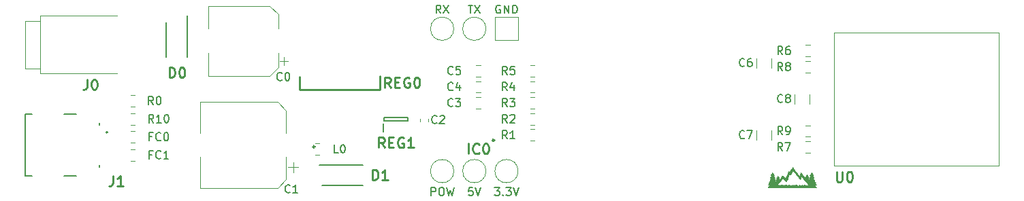
<source format=gbr>
G04 #@! TF.GenerationSoftware,KiCad,Pcbnew,(5.1.0)-1*
G04 #@! TF.CreationDate,2022-11-08T16:58:41+01:00*
G04 #@! TF.ProjectId,DualPressure_V1,4475616c-5072-4657-9373-7572655f5631,rev?*
G04 #@! TF.SameCoordinates,Original*
G04 #@! TF.FileFunction,Legend,Top*
G04 #@! TF.FilePolarity,Positive*
%FSLAX46Y46*%
G04 Gerber Fmt 4.6, Leading zero omitted, Abs format (unit mm)*
G04 Created by KiCad (PCBNEW (5.1.0)-1) date 2022-11-08 16:58:41*
%MOMM*%
%LPD*%
G04 APERTURE LIST*
%ADD10C,0.010000*%
%ADD11C,0.120000*%
%ADD12C,0.200000*%
%ADD13C,0.250000*%
%ADD14C,0.100000*%
%ADD15C,0.254000*%
%ADD16C,0.150000*%
G04 APERTURE END LIST*
D10*
G36*
X217829210Y-108035460D02*
G01*
X217841238Y-108049556D01*
X217870178Y-108086491D01*
X217914020Y-108143608D01*
X217970748Y-108218255D01*
X218038351Y-108307776D01*
X218114815Y-108409517D01*
X218198128Y-108520823D01*
X218251224Y-108591978D01*
X218337425Y-108707004D01*
X218417956Y-108813263D01*
X218490833Y-108908222D01*
X218554067Y-108989348D01*
X218605675Y-109054108D01*
X218643669Y-109099969D01*
X218666063Y-109124399D01*
X218671267Y-109127647D01*
X218680146Y-109108641D01*
X218696535Y-109065321D01*
X218718295Y-109003626D01*
X218743288Y-108929489D01*
X218750125Y-108908687D01*
X218775583Y-108832307D01*
X218798329Y-108766844D01*
X218816236Y-108718219D01*
X218827178Y-108692357D01*
X218828635Y-108690074D01*
X218840874Y-108698875D01*
X218870049Y-108729752D01*
X218913617Y-108779710D01*
X218969033Y-108845753D01*
X219033754Y-108924888D01*
X219105234Y-109014118D01*
X219123228Y-109036849D01*
X219406768Y-109395862D01*
X219442093Y-109326900D01*
X219477418Y-109257937D01*
X219431503Y-109252980D01*
X219385589Y-109248022D01*
X219447069Y-109165667D01*
X219486894Y-109108490D01*
X219524352Y-109048451D01*
X219543643Y-109013426D01*
X219578737Y-108943539D01*
X219641979Y-109053113D01*
X219678156Y-109112204D01*
X219714646Y-109165970D01*
X219744132Y-109203690D01*
X219746581Y-109206343D01*
X219787940Y-109250000D01*
X219737345Y-109250000D01*
X219702625Y-109252913D01*
X219686839Y-109259990D01*
X219686749Y-109260622D01*
X219694975Y-109284015D01*
X219716256Y-109325001D01*
X219745496Y-109375119D01*
X219777600Y-109425911D01*
X219807472Y-109468918D01*
X219825805Y-109491468D01*
X219866117Y-109534500D01*
X219806695Y-109518092D01*
X219766729Y-109509556D01*
X219741525Y-109508801D01*
X219738863Y-109510094D01*
X219740260Y-109528508D01*
X219754879Y-109564336D01*
X219778072Y-109608750D01*
X219805190Y-109652919D01*
X219831585Y-109688016D01*
X219833862Y-109690531D01*
X219866909Y-109726249D01*
X219824454Y-109726249D01*
X219789887Y-109732465D01*
X219784624Y-109749900D01*
X219804391Y-109772695D01*
X219819782Y-109778017D01*
X219839085Y-109766449D01*
X219867048Y-109734082D01*
X219891349Y-109701112D01*
X219922248Y-109654557D01*
X219942381Y-109617489D01*
X219947611Y-109597585D01*
X219947396Y-109597160D01*
X219926690Y-109586679D01*
X219898481Y-109583375D01*
X219858085Y-109583375D01*
X219903386Y-109531636D01*
X219932261Y-109493077D01*
X219960887Y-109446020D01*
X219984983Y-109398920D01*
X220000266Y-109360237D01*
X220002455Y-109338427D01*
X220001713Y-109337422D01*
X219983017Y-109336347D01*
X219946982Y-109343527D01*
X219940750Y-109345249D01*
X219898023Y-109355155D01*
X219883062Y-109350679D01*
X219894333Y-109329679D01*
X219913760Y-109307490D01*
X219939621Y-109273914D01*
X219970808Y-109225538D01*
X220002441Y-109171065D01*
X220029636Y-109119199D01*
X220047513Y-109078644D01*
X220051875Y-109061246D01*
X220038300Y-109048004D01*
X220012187Y-109043625D01*
X219982319Y-109041161D01*
X219972500Y-109036448D01*
X219980913Y-109020923D01*
X220003188Y-108986326D01*
X220034874Y-108939524D01*
X220041957Y-108929291D01*
X220081982Y-108869045D01*
X220119702Y-108807857D01*
X220146512Y-108759794D01*
X220181611Y-108690275D01*
X220252742Y-108815356D01*
X220289552Y-108877025D01*
X220325756Y-108932539D01*
X220355199Y-108972613D01*
X220362721Y-108981225D01*
X220388317Y-109015247D01*
X220385690Y-109035402D01*
X220354315Y-109043349D01*
X220342916Y-109043625D01*
X220314339Y-109046691D01*
X220305875Y-109052015D01*
X220313893Y-109076936D01*
X220334789Y-109119968D01*
X220363821Y-109172807D01*
X220396246Y-109227151D01*
X220427323Y-109274697D01*
X220450276Y-109304875D01*
X220479388Y-109340225D01*
X220485131Y-109356901D01*
X220465278Y-109357701D01*
X220417946Y-109345521D01*
X220380463Y-109336738D01*
X220358725Y-109335340D01*
X220357452Y-109336005D01*
X220360066Y-109353148D01*
X220375134Y-109388857D01*
X220398254Y-109434789D01*
X220425024Y-109482605D01*
X220451044Y-109523961D01*
X220469143Y-109547656D01*
X220487692Y-109573817D01*
X220479858Y-109585731D01*
X220443874Y-109585418D01*
X220436843Y-109584560D01*
X220418557Y-109592872D01*
X220417000Y-109599425D01*
X220426809Y-109626440D01*
X220452575Y-109669436D01*
X220488806Y-109720982D01*
X220530009Y-109773651D01*
X220570691Y-109820012D01*
X220602533Y-109850377D01*
X220663062Y-109899810D01*
X220587656Y-109900342D01*
X220543697Y-109902901D01*
X220516551Y-109908814D01*
X220512309Y-109912781D01*
X220523131Y-109942664D01*
X220552159Y-109987853D01*
X220594538Y-110041831D01*
X220645411Y-110098081D01*
X220665256Y-110118011D01*
X220705659Y-110157985D01*
X220734664Y-110187699D01*
X220747107Y-110201836D01*
X220747116Y-110202328D01*
X220730604Y-110198027D01*
X220693438Y-110187204D01*
X220664508Y-110178515D01*
X220602968Y-110161501D01*
X220565802Y-110156164D01*
X220547897Y-110162411D01*
X220544000Y-110176323D01*
X220553013Y-110209615D01*
X220576988Y-110259920D01*
X220611327Y-110319239D01*
X220651432Y-110379576D01*
X220689070Y-110428636D01*
X220752126Y-110503960D01*
X217749552Y-110508011D01*
X217443209Y-110508397D01*
X217145417Y-110508718D01*
X216857726Y-110508975D01*
X216581685Y-110509169D01*
X216318843Y-110509300D01*
X216070748Y-110509369D01*
X215838949Y-110509376D01*
X215624997Y-110509323D01*
X215430439Y-110509209D01*
X215256825Y-110509036D01*
X215105703Y-110508803D01*
X214978624Y-110508512D01*
X214877135Y-110508164D01*
X214802786Y-110507758D01*
X214757126Y-110507296D01*
X214741707Y-110506791D01*
X214748845Y-110493838D01*
X214772955Y-110467027D01*
X214788910Y-110451229D01*
X214834228Y-110399747D01*
X214879616Y-110335068D01*
X214902314Y-110295743D01*
X215849971Y-110295743D01*
X215864611Y-110295321D01*
X215894068Y-110278457D01*
X215929887Y-110250125D01*
X215965885Y-110221387D01*
X215993437Y-110204434D01*
X216000153Y-110202500D01*
X216015174Y-110215904D01*
X216034416Y-110249731D01*
X216042548Y-110268406D01*
X216068919Y-110334313D01*
X216128285Y-110276344D01*
X216163563Y-110243615D01*
X216189601Y-110222596D01*
X216197666Y-110218375D01*
X216214082Y-110228606D01*
X216243260Y-110254262D01*
X216255307Y-110266000D01*
X216297848Y-110301925D01*
X216329562Y-110309839D01*
X216355734Y-110289089D01*
X216376389Y-110251061D01*
X216395053Y-110212817D01*
X216409620Y-110198906D01*
X216428360Y-110204418D01*
X216441297Y-110212542D01*
X216479927Y-110228963D01*
X216509034Y-110231449D01*
X216542986Y-110237730D01*
X216574426Y-110257357D01*
X216592955Y-110273173D01*
X216609050Y-110279231D01*
X216630116Y-110273682D01*
X216663558Y-110254675D01*
X216713216Y-110222676D01*
X216735605Y-110210969D01*
X216751607Y-110215807D01*
X216769171Y-110242098D01*
X216780806Y-110264394D01*
X216802499Y-110303249D01*
X216819678Y-110318613D01*
X216840745Y-110315999D01*
X216852110Y-110311170D01*
X216886199Y-110283826D01*
X216909619Y-110247725D01*
X216930767Y-110206529D01*
X216952699Y-110192975D01*
X216982916Y-110203673D01*
X216993072Y-110210020D01*
X217034517Y-110228222D01*
X217086184Y-110240167D01*
X217092739Y-110240933D01*
X217147842Y-110252901D01*
X217206123Y-110274711D01*
X217217837Y-110280512D01*
X217280986Y-110313891D01*
X217318120Y-110240824D01*
X217340500Y-110198733D01*
X217355567Y-110180761D01*
X217370000Y-110182525D01*
X217386452Y-110195990D01*
X217416257Y-110229077D01*
X217447022Y-110271813D01*
X217449540Y-110275823D01*
X217484817Y-110319653D01*
X217519649Y-110332586D01*
X217557802Y-110315192D01*
X217579119Y-110295491D01*
X217624744Y-110260672D01*
X217677136Y-110250134D01*
X217679127Y-110250125D01*
X217732920Y-110243042D01*
X217781929Y-110226219D01*
X217814745Y-110211547D01*
X217832274Y-110213996D01*
X217844110Y-110230188D01*
X217870400Y-110273831D01*
X217888159Y-110292393D01*
X217903844Y-110288781D01*
X217923778Y-110266075D01*
X217954447Y-110226463D01*
X217999936Y-110270044D01*
X218041940Y-110303407D01*
X218074185Y-110309247D01*
X218102283Y-110286319D01*
X218127888Y-110241656D01*
X218150145Y-110199604D01*
X218167006Y-110181565D01*
X218185017Y-110182136D01*
X218194551Y-110186652D01*
X218234081Y-110194905D01*
X218260008Y-110185550D01*
X218305793Y-110176859D01*
X218350451Y-110198074D01*
X218390788Y-110247418D01*
X218399424Y-110263157D01*
X218426110Y-110305396D01*
X218457575Y-110326887D01*
X218491352Y-110335294D01*
X218534608Y-110338846D01*
X218564919Y-110326982D01*
X218593958Y-110299114D01*
X218630055Y-110264038D01*
X218663792Y-110238161D01*
X218668132Y-110235650D01*
X218691259Y-110228367D01*
X218710585Y-110239894D01*
X218733376Y-110272524D01*
X218756813Y-110306525D01*
X218776756Y-110317919D01*
X218804907Y-110311975D01*
X218813762Y-110308713D01*
X218853132Y-110298921D01*
X218877497Y-110307760D01*
X218879541Y-110309691D01*
X218896949Y-110315987D01*
X218923311Y-110303144D01*
X218959184Y-110273401D01*
X218996134Y-110242100D01*
X219024091Y-110222167D01*
X219032980Y-110218375D01*
X219047228Y-110231344D01*
X219067174Y-110263751D01*
X219073812Y-110276972D01*
X219101756Y-110335570D01*
X219140242Y-110286393D01*
X219176384Y-110251285D01*
X219208505Y-110245012D01*
X219209321Y-110245216D01*
X219244963Y-110239391D01*
X219268422Y-110219920D01*
X219292660Y-110195460D01*
X219307121Y-110186625D01*
X219318192Y-110200076D01*
X219334939Y-110234307D01*
X219344593Y-110258062D01*
X219364362Y-110300498D01*
X219383151Y-110326240D01*
X219396725Y-110330987D01*
X219401000Y-110315323D01*
X219412819Y-110295138D01*
X219441154Y-110291342D01*
X219475318Y-110303947D01*
X219490007Y-110315217D01*
X219526454Y-110349457D01*
X219589450Y-110318289D01*
X219643942Y-110298217D01*
X219677837Y-110301330D01*
X219704407Y-110301478D01*
X219739473Y-110285932D01*
X219771960Y-110261986D01*
X219790794Y-110236932D01*
X219791660Y-110226380D01*
X219780922Y-110209889D01*
X219752978Y-110172163D01*
X219710246Y-110116242D01*
X219655143Y-110045163D01*
X219590086Y-109961967D01*
X219517494Y-109869691D01*
X219439784Y-109771375D01*
X219359373Y-109670057D01*
X219278679Y-109568777D01*
X219200119Y-109470573D01*
X219126110Y-109378484D01*
X219059071Y-109295549D01*
X219001418Y-109224807D01*
X218955569Y-109169296D01*
X218923942Y-109132055D01*
X218908954Y-109116124D01*
X218908140Y-109115774D01*
X218900378Y-109131902D01*
X218884955Y-109172743D01*
X218863853Y-109232760D01*
X218839053Y-109306417D01*
X218829261Y-109336250D01*
X218803550Y-109413079D01*
X218780620Y-109477807D01*
X218762473Y-109525058D01*
X218751113Y-109549460D01*
X218748983Y-109551625D01*
X218737696Y-109539312D01*
X218709408Y-109504073D01*
X218666068Y-109448453D01*
X218609627Y-109375000D01*
X218542033Y-109286262D01*
X218465236Y-109184784D01*
X218381187Y-109073113D01*
X218311924Y-108980676D01*
X218223504Y-108862936D01*
X218140660Y-108753565D01*
X218065358Y-108655091D01*
X217999563Y-108570042D01*
X217945243Y-108500945D01*
X217904363Y-108450327D01*
X217878889Y-108420716D01*
X217870978Y-108413829D01*
X217858587Y-108428048D01*
X217832620Y-108465076D01*
X217795951Y-108520568D01*
X217751455Y-108590179D01*
X217704122Y-108666123D01*
X217654904Y-108745662D01*
X217611064Y-108815841D01*
X217575436Y-108872174D01*
X217550858Y-108910178D01*
X217540322Y-108925218D01*
X217521463Y-108924403D01*
X217487087Y-108909377D01*
X217472187Y-108900750D01*
X217435612Y-108880506D01*
X217411748Y-108871688D01*
X217408063Y-108872270D01*
X217402398Y-108883489D01*
X217389019Y-108914048D01*
X217367382Y-108965268D01*
X217336941Y-109038467D01*
X217297151Y-109134966D01*
X217247467Y-109256086D01*
X217187346Y-109403145D01*
X217116240Y-109577464D01*
X217063607Y-109706669D01*
X217029564Y-109790275D01*
X216965126Y-109730732D01*
X216929368Y-109697095D01*
X216877450Y-109647490D01*
X216815883Y-109588174D01*
X216751182Y-109525402D01*
X216740422Y-109514917D01*
X216580158Y-109358646D01*
X216541985Y-109405962D01*
X216481771Y-109480891D01*
X216413243Y-109566657D01*
X216339056Y-109659890D01*
X216261867Y-109757216D01*
X216184333Y-109855265D01*
X216109111Y-109950663D01*
X216038856Y-110040039D01*
X215976227Y-110120021D01*
X215923878Y-110187237D01*
X215884467Y-110238314D01*
X215860651Y-110269881D01*
X215855039Y-110277906D01*
X215849971Y-110295743D01*
X214902314Y-110295743D01*
X214918198Y-110268225D01*
X214943100Y-110210252D01*
X214946360Y-110198531D01*
X214950100Y-110171147D01*
X214941663Y-110157697D01*
X214915959Y-110157261D01*
X214867902Y-110168920D01*
X214835491Y-110178515D01*
X214790436Y-110191961D01*
X214760069Y-110200606D01*
X214752883Y-110202328D01*
X214761046Y-110192277D01*
X214786892Y-110165495D01*
X214825258Y-110127298D01*
X214834743Y-110118011D01*
X214887515Y-110062561D01*
X214933576Y-110006992D01*
X214968070Y-109957820D01*
X214986140Y-109921561D01*
X214987690Y-109912781D01*
X214984552Y-109911225D01*
X215647504Y-109911225D01*
X215654499Y-109934148D01*
X215657575Y-109940973D01*
X215677839Y-109970635D01*
X215700164Y-109970288D01*
X215727802Y-109939700D01*
X215730483Y-109935723D01*
X215743649Y-109912704D01*
X215737434Y-109903013D01*
X215706221Y-109900896D01*
X215696464Y-109900875D01*
X215659341Y-109902353D01*
X215647504Y-109911225D01*
X214984552Y-109911225D01*
X214973483Y-109905738D01*
X214937274Y-109901191D01*
X214912343Y-109900342D01*
X214836937Y-109899810D01*
X214899254Y-109848942D01*
X214933025Y-109815965D01*
X214972810Y-109769294D01*
X215013153Y-109716435D01*
X215048601Y-109664891D01*
X215073699Y-109622169D01*
X215083000Y-109596092D01*
X215070729Y-109584650D01*
X215063156Y-109584560D01*
X215023279Y-109586352D01*
X215011788Y-109576188D01*
X215026917Y-109552046D01*
X215030856Y-109547656D01*
X215052827Y-109518212D01*
X215079257Y-109475284D01*
X215105744Y-109427212D01*
X215127887Y-109382337D01*
X215141284Y-109349001D01*
X215142547Y-109336005D01*
X215124864Y-109335900D01*
X215089262Y-109343521D01*
X215082053Y-109345521D01*
X215034538Y-109357735D01*
X215014832Y-109356855D01*
X215020709Y-109340084D01*
X215049723Y-109304875D01*
X215075514Y-109270592D01*
X215106932Y-109222017D01*
X215139235Y-109167455D01*
X215167682Y-109115206D01*
X215187530Y-109073575D01*
X215194125Y-109052015D01*
X215180304Y-109046119D01*
X215147015Y-109043625D01*
X215146500Y-109043625D01*
X215110034Y-109040170D01*
X215101596Y-109026976D01*
X215119903Y-108999797D01*
X215129938Y-108988793D01*
X215151664Y-108960818D01*
X215183931Y-108913477D01*
X215221331Y-108854858D01*
X215240189Y-108823971D01*
X215319377Y-108692214D01*
X215353981Y-108760763D01*
X215381084Y-108809252D01*
X215418681Y-108870111D01*
X215458042Y-108929291D01*
X215491077Y-108977713D01*
X215515593Y-109015303D01*
X215527138Y-109035196D01*
X215527500Y-109036448D01*
X215513684Y-109041505D01*
X215480441Y-109043624D01*
X215480215Y-109043625D01*
X215447992Y-109045757D01*
X215441157Y-109058466D01*
X215451850Y-109087281D01*
X215473056Y-109129985D01*
X215502393Y-109181356D01*
X215535200Y-109234186D01*
X215566821Y-109281265D01*
X215592597Y-109315384D01*
X215607869Y-109329336D01*
X215608298Y-109329375D01*
X215622184Y-109341633D01*
X215622750Y-109346319D01*
X215610256Y-109356252D01*
X215591000Y-109354257D01*
X215547161Y-109341820D01*
X215527500Y-109336242D01*
X215501030Y-109336605D01*
X215495750Y-109348384D01*
X215504701Y-109381609D01*
X215527705Y-109429375D01*
X215558982Y-109481424D01*
X215592756Y-109527500D01*
X215603533Y-109539718D01*
X215627870Y-109569969D01*
X215627836Y-109584084D01*
X215621751Y-109585792D01*
X215584251Y-109589612D01*
X215575125Y-109590503D01*
X215558102Y-109599334D01*
X215560086Y-109622976D01*
X215581995Y-109664725D01*
X215605962Y-109701110D01*
X215645986Y-109754055D01*
X215688715Y-109802289D01*
X215728346Y-109840101D01*
X215759072Y-109861775D01*
X215771858Y-109864401D01*
X215792020Y-109847734D01*
X215788215Y-109828848D01*
X215766947Y-109821500D01*
X215742968Y-109819348D01*
X215736769Y-109809238D01*
X215749281Y-109785683D01*
X215779890Y-109745162D01*
X215810594Y-109701070D01*
X215832840Y-109660210D01*
X215837187Y-109648751D01*
X215842332Y-109624643D01*
X215832998Y-109616315D01*
X215801872Y-109619727D01*
X215788964Y-109622103D01*
X215729460Y-109633266D01*
X215784854Y-109568551D01*
X215822960Y-109517174D01*
X215855343Y-109462002D01*
X215865159Y-109440418D01*
X215890070Y-109377000D01*
X215809481Y-109377000D01*
X215848633Y-109325406D01*
X215879056Y-109281660D01*
X215914567Y-109225500D01*
X215935086Y-109190697D01*
X215982387Y-109107581D01*
X216070359Y-109242290D01*
X216109576Y-109303017D01*
X216132899Y-109342105D01*
X216142099Y-109364295D01*
X216138951Y-109374328D01*
X216125226Y-109376947D01*
X216120728Y-109377000D01*
X216091871Y-109379709D01*
X216083125Y-109384512D01*
X216089908Y-109405667D01*
X216106625Y-109441489D01*
X216127830Y-109481764D01*
X216148073Y-109516276D01*
X216161907Y-109534809D01*
X216163779Y-109535750D01*
X216178904Y-109524169D01*
X216204922Y-109494801D01*
X216219470Y-109476218D01*
X216280561Y-109396258D01*
X216342716Y-109316846D01*
X216402735Y-109241865D01*
X216457418Y-109175197D01*
X216503565Y-109120725D01*
X216537975Y-109082331D01*
X216557449Y-109063898D01*
X216560172Y-109062891D01*
X216575519Y-109074998D01*
X216609122Y-109105035D01*
X216656434Y-109148837D01*
X216712912Y-109202238D01*
X216729652Y-109218250D01*
X216790227Y-109276128D01*
X216845083Y-109328166D01*
X216888876Y-109369319D01*
X216916263Y-109394545D01*
X216919419Y-109397338D01*
X216927571Y-109405656D01*
X216934130Y-109412528D01*
X216940395Y-109415335D01*
X216947666Y-109411455D01*
X216957244Y-109398268D01*
X216970429Y-109373152D01*
X216988520Y-109333487D01*
X217012818Y-109276652D01*
X217044623Y-109200026D01*
X217085235Y-109100988D01*
X217135953Y-108976917D01*
X217173617Y-108884875D01*
X217207708Y-108801894D01*
X217240135Y-108723417D01*
X217267747Y-108657044D01*
X217287389Y-108610373D01*
X217290984Y-108601980D01*
X217320574Y-108533398D01*
X217374066Y-108574199D01*
X217410866Y-108599602D01*
X217438315Y-108613870D01*
X217443521Y-108614999D01*
X217459216Y-108602378D01*
X217484921Y-108569314D01*
X217514601Y-108523718D01*
X217595181Y-108390570D01*
X217661038Y-108282501D01*
X217713620Y-108197269D01*
X217754371Y-108132628D01*
X217784739Y-108086333D01*
X217806170Y-108056141D01*
X217820110Y-108039806D01*
X217828005Y-108035085D01*
X217829210Y-108035460D01*
X217829210Y-108035460D01*
G37*
X217829210Y-108035460D02*
X217841238Y-108049556D01*
X217870178Y-108086491D01*
X217914020Y-108143608D01*
X217970748Y-108218255D01*
X218038351Y-108307776D01*
X218114815Y-108409517D01*
X218198128Y-108520823D01*
X218251224Y-108591978D01*
X218337425Y-108707004D01*
X218417956Y-108813263D01*
X218490833Y-108908222D01*
X218554067Y-108989348D01*
X218605675Y-109054108D01*
X218643669Y-109099969D01*
X218666063Y-109124399D01*
X218671267Y-109127647D01*
X218680146Y-109108641D01*
X218696535Y-109065321D01*
X218718295Y-109003626D01*
X218743288Y-108929489D01*
X218750125Y-108908687D01*
X218775583Y-108832307D01*
X218798329Y-108766844D01*
X218816236Y-108718219D01*
X218827178Y-108692357D01*
X218828635Y-108690074D01*
X218840874Y-108698875D01*
X218870049Y-108729752D01*
X218913617Y-108779710D01*
X218969033Y-108845753D01*
X219033754Y-108924888D01*
X219105234Y-109014118D01*
X219123228Y-109036849D01*
X219406768Y-109395862D01*
X219442093Y-109326900D01*
X219477418Y-109257937D01*
X219431503Y-109252980D01*
X219385589Y-109248022D01*
X219447069Y-109165667D01*
X219486894Y-109108490D01*
X219524352Y-109048451D01*
X219543643Y-109013426D01*
X219578737Y-108943539D01*
X219641979Y-109053113D01*
X219678156Y-109112204D01*
X219714646Y-109165970D01*
X219744132Y-109203690D01*
X219746581Y-109206343D01*
X219787940Y-109250000D01*
X219737345Y-109250000D01*
X219702625Y-109252913D01*
X219686839Y-109259990D01*
X219686749Y-109260622D01*
X219694975Y-109284015D01*
X219716256Y-109325001D01*
X219745496Y-109375119D01*
X219777600Y-109425911D01*
X219807472Y-109468918D01*
X219825805Y-109491468D01*
X219866117Y-109534500D01*
X219806695Y-109518092D01*
X219766729Y-109509556D01*
X219741525Y-109508801D01*
X219738863Y-109510094D01*
X219740260Y-109528508D01*
X219754879Y-109564336D01*
X219778072Y-109608750D01*
X219805190Y-109652919D01*
X219831585Y-109688016D01*
X219833862Y-109690531D01*
X219866909Y-109726249D01*
X219824454Y-109726249D01*
X219789887Y-109732465D01*
X219784624Y-109749900D01*
X219804391Y-109772695D01*
X219819782Y-109778017D01*
X219839085Y-109766449D01*
X219867048Y-109734082D01*
X219891349Y-109701112D01*
X219922248Y-109654557D01*
X219942381Y-109617489D01*
X219947611Y-109597585D01*
X219947396Y-109597160D01*
X219926690Y-109586679D01*
X219898481Y-109583375D01*
X219858085Y-109583375D01*
X219903386Y-109531636D01*
X219932261Y-109493077D01*
X219960887Y-109446020D01*
X219984983Y-109398920D01*
X220000266Y-109360237D01*
X220002455Y-109338427D01*
X220001713Y-109337422D01*
X219983017Y-109336347D01*
X219946982Y-109343527D01*
X219940750Y-109345249D01*
X219898023Y-109355155D01*
X219883062Y-109350679D01*
X219894333Y-109329679D01*
X219913760Y-109307490D01*
X219939621Y-109273914D01*
X219970808Y-109225538D01*
X220002441Y-109171065D01*
X220029636Y-109119199D01*
X220047513Y-109078644D01*
X220051875Y-109061246D01*
X220038300Y-109048004D01*
X220012187Y-109043625D01*
X219982319Y-109041161D01*
X219972500Y-109036448D01*
X219980913Y-109020923D01*
X220003188Y-108986326D01*
X220034874Y-108939524D01*
X220041957Y-108929291D01*
X220081982Y-108869045D01*
X220119702Y-108807857D01*
X220146512Y-108759794D01*
X220181611Y-108690275D01*
X220252742Y-108815356D01*
X220289552Y-108877025D01*
X220325756Y-108932539D01*
X220355199Y-108972613D01*
X220362721Y-108981225D01*
X220388317Y-109015247D01*
X220385690Y-109035402D01*
X220354315Y-109043349D01*
X220342916Y-109043625D01*
X220314339Y-109046691D01*
X220305875Y-109052015D01*
X220313893Y-109076936D01*
X220334789Y-109119968D01*
X220363821Y-109172807D01*
X220396246Y-109227151D01*
X220427323Y-109274697D01*
X220450276Y-109304875D01*
X220479388Y-109340225D01*
X220485131Y-109356901D01*
X220465278Y-109357701D01*
X220417946Y-109345521D01*
X220380463Y-109336738D01*
X220358725Y-109335340D01*
X220357452Y-109336005D01*
X220360066Y-109353148D01*
X220375134Y-109388857D01*
X220398254Y-109434789D01*
X220425024Y-109482605D01*
X220451044Y-109523961D01*
X220469143Y-109547656D01*
X220487692Y-109573817D01*
X220479858Y-109585731D01*
X220443874Y-109585418D01*
X220436843Y-109584560D01*
X220418557Y-109592872D01*
X220417000Y-109599425D01*
X220426809Y-109626440D01*
X220452575Y-109669436D01*
X220488806Y-109720982D01*
X220530009Y-109773651D01*
X220570691Y-109820012D01*
X220602533Y-109850377D01*
X220663062Y-109899810D01*
X220587656Y-109900342D01*
X220543697Y-109902901D01*
X220516551Y-109908814D01*
X220512309Y-109912781D01*
X220523131Y-109942664D01*
X220552159Y-109987853D01*
X220594538Y-110041831D01*
X220645411Y-110098081D01*
X220665256Y-110118011D01*
X220705659Y-110157985D01*
X220734664Y-110187699D01*
X220747107Y-110201836D01*
X220747116Y-110202328D01*
X220730604Y-110198027D01*
X220693438Y-110187204D01*
X220664508Y-110178515D01*
X220602968Y-110161501D01*
X220565802Y-110156164D01*
X220547897Y-110162411D01*
X220544000Y-110176323D01*
X220553013Y-110209615D01*
X220576988Y-110259920D01*
X220611327Y-110319239D01*
X220651432Y-110379576D01*
X220689070Y-110428636D01*
X220752126Y-110503960D01*
X217749552Y-110508011D01*
X217443209Y-110508397D01*
X217145417Y-110508718D01*
X216857726Y-110508975D01*
X216581685Y-110509169D01*
X216318843Y-110509300D01*
X216070748Y-110509369D01*
X215838949Y-110509376D01*
X215624997Y-110509323D01*
X215430439Y-110509209D01*
X215256825Y-110509036D01*
X215105703Y-110508803D01*
X214978624Y-110508512D01*
X214877135Y-110508164D01*
X214802786Y-110507758D01*
X214757126Y-110507296D01*
X214741707Y-110506791D01*
X214748845Y-110493838D01*
X214772955Y-110467027D01*
X214788910Y-110451229D01*
X214834228Y-110399747D01*
X214879616Y-110335068D01*
X214902314Y-110295743D01*
X215849971Y-110295743D01*
X215864611Y-110295321D01*
X215894068Y-110278457D01*
X215929887Y-110250125D01*
X215965885Y-110221387D01*
X215993437Y-110204434D01*
X216000153Y-110202500D01*
X216015174Y-110215904D01*
X216034416Y-110249731D01*
X216042548Y-110268406D01*
X216068919Y-110334313D01*
X216128285Y-110276344D01*
X216163563Y-110243615D01*
X216189601Y-110222596D01*
X216197666Y-110218375D01*
X216214082Y-110228606D01*
X216243260Y-110254262D01*
X216255307Y-110266000D01*
X216297848Y-110301925D01*
X216329562Y-110309839D01*
X216355734Y-110289089D01*
X216376389Y-110251061D01*
X216395053Y-110212817D01*
X216409620Y-110198906D01*
X216428360Y-110204418D01*
X216441297Y-110212542D01*
X216479927Y-110228963D01*
X216509034Y-110231449D01*
X216542986Y-110237730D01*
X216574426Y-110257357D01*
X216592955Y-110273173D01*
X216609050Y-110279231D01*
X216630116Y-110273682D01*
X216663558Y-110254675D01*
X216713216Y-110222676D01*
X216735605Y-110210969D01*
X216751607Y-110215807D01*
X216769171Y-110242098D01*
X216780806Y-110264394D01*
X216802499Y-110303249D01*
X216819678Y-110318613D01*
X216840745Y-110315999D01*
X216852110Y-110311170D01*
X216886199Y-110283826D01*
X216909619Y-110247725D01*
X216930767Y-110206529D01*
X216952699Y-110192975D01*
X216982916Y-110203673D01*
X216993072Y-110210020D01*
X217034517Y-110228222D01*
X217086184Y-110240167D01*
X217092739Y-110240933D01*
X217147842Y-110252901D01*
X217206123Y-110274711D01*
X217217837Y-110280512D01*
X217280986Y-110313891D01*
X217318120Y-110240824D01*
X217340500Y-110198733D01*
X217355567Y-110180761D01*
X217370000Y-110182525D01*
X217386452Y-110195990D01*
X217416257Y-110229077D01*
X217447022Y-110271813D01*
X217449540Y-110275823D01*
X217484817Y-110319653D01*
X217519649Y-110332586D01*
X217557802Y-110315192D01*
X217579119Y-110295491D01*
X217624744Y-110260672D01*
X217677136Y-110250134D01*
X217679127Y-110250125D01*
X217732920Y-110243042D01*
X217781929Y-110226219D01*
X217814745Y-110211547D01*
X217832274Y-110213996D01*
X217844110Y-110230188D01*
X217870400Y-110273831D01*
X217888159Y-110292393D01*
X217903844Y-110288781D01*
X217923778Y-110266075D01*
X217954447Y-110226463D01*
X217999936Y-110270044D01*
X218041940Y-110303407D01*
X218074185Y-110309247D01*
X218102283Y-110286319D01*
X218127888Y-110241656D01*
X218150145Y-110199604D01*
X218167006Y-110181565D01*
X218185017Y-110182136D01*
X218194551Y-110186652D01*
X218234081Y-110194905D01*
X218260008Y-110185550D01*
X218305793Y-110176859D01*
X218350451Y-110198074D01*
X218390788Y-110247418D01*
X218399424Y-110263157D01*
X218426110Y-110305396D01*
X218457575Y-110326887D01*
X218491352Y-110335294D01*
X218534608Y-110338846D01*
X218564919Y-110326982D01*
X218593958Y-110299114D01*
X218630055Y-110264038D01*
X218663792Y-110238161D01*
X218668132Y-110235650D01*
X218691259Y-110228367D01*
X218710585Y-110239894D01*
X218733376Y-110272524D01*
X218756813Y-110306525D01*
X218776756Y-110317919D01*
X218804907Y-110311975D01*
X218813762Y-110308713D01*
X218853132Y-110298921D01*
X218877497Y-110307760D01*
X218879541Y-110309691D01*
X218896949Y-110315987D01*
X218923311Y-110303144D01*
X218959184Y-110273401D01*
X218996134Y-110242100D01*
X219024091Y-110222167D01*
X219032980Y-110218375D01*
X219047228Y-110231344D01*
X219067174Y-110263751D01*
X219073812Y-110276972D01*
X219101756Y-110335570D01*
X219140242Y-110286393D01*
X219176384Y-110251285D01*
X219208505Y-110245012D01*
X219209321Y-110245216D01*
X219244963Y-110239391D01*
X219268422Y-110219920D01*
X219292660Y-110195460D01*
X219307121Y-110186625D01*
X219318192Y-110200076D01*
X219334939Y-110234307D01*
X219344593Y-110258062D01*
X219364362Y-110300498D01*
X219383151Y-110326240D01*
X219396725Y-110330987D01*
X219401000Y-110315323D01*
X219412819Y-110295138D01*
X219441154Y-110291342D01*
X219475318Y-110303947D01*
X219490007Y-110315217D01*
X219526454Y-110349457D01*
X219589450Y-110318289D01*
X219643942Y-110298217D01*
X219677837Y-110301330D01*
X219704407Y-110301478D01*
X219739473Y-110285932D01*
X219771960Y-110261986D01*
X219790794Y-110236932D01*
X219791660Y-110226380D01*
X219780922Y-110209889D01*
X219752978Y-110172163D01*
X219710246Y-110116242D01*
X219655143Y-110045163D01*
X219590086Y-109961967D01*
X219517494Y-109869691D01*
X219439784Y-109771375D01*
X219359373Y-109670057D01*
X219278679Y-109568777D01*
X219200119Y-109470573D01*
X219126110Y-109378484D01*
X219059071Y-109295549D01*
X219001418Y-109224807D01*
X218955569Y-109169296D01*
X218923942Y-109132055D01*
X218908954Y-109116124D01*
X218908140Y-109115774D01*
X218900378Y-109131902D01*
X218884955Y-109172743D01*
X218863853Y-109232760D01*
X218839053Y-109306417D01*
X218829261Y-109336250D01*
X218803550Y-109413079D01*
X218780620Y-109477807D01*
X218762473Y-109525058D01*
X218751113Y-109549460D01*
X218748983Y-109551625D01*
X218737696Y-109539312D01*
X218709408Y-109504073D01*
X218666068Y-109448453D01*
X218609627Y-109375000D01*
X218542033Y-109286262D01*
X218465236Y-109184784D01*
X218381187Y-109073113D01*
X218311924Y-108980676D01*
X218223504Y-108862936D01*
X218140660Y-108753565D01*
X218065358Y-108655091D01*
X217999563Y-108570042D01*
X217945243Y-108500945D01*
X217904363Y-108450327D01*
X217878889Y-108420716D01*
X217870978Y-108413829D01*
X217858587Y-108428048D01*
X217832620Y-108465076D01*
X217795951Y-108520568D01*
X217751455Y-108590179D01*
X217704122Y-108666123D01*
X217654904Y-108745662D01*
X217611064Y-108815841D01*
X217575436Y-108872174D01*
X217550858Y-108910178D01*
X217540322Y-108925218D01*
X217521463Y-108924403D01*
X217487087Y-108909377D01*
X217472187Y-108900750D01*
X217435612Y-108880506D01*
X217411748Y-108871688D01*
X217408063Y-108872270D01*
X217402398Y-108883489D01*
X217389019Y-108914048D01*
X217367382Y-108965268D01*
X217336941Y-109038467D01*
X217297151Y-109134966D01*
X217247467Y-109256086D01*
X217187346Y-109403145D01*
X217116240Y-109577464D01*
X217063607Y-109706669D01*
X217029564Y-109790275D01*
X216965126Y-109730732D01*
X216929368Y-109697095D01*
X216877450Y-109647490D01*
X216815883Y-109588174D01*
X216751182Y-109525402D01*
X216740422Y-109514917D01*
X216580158Y-109358646D01*
X216541985Y-109405962D01*
X216481771Y-109480891D01*
X216413243Y-109566657D01*
X216339056Y-109659890D01*
X216261867Y-109757216D01*
X216184333Y-109855265D01*
X216109111Y-109950663D01*
X216038856Y-110040039D01*
X215976227Y-110120021D01*
X215923878Y-110187237D01*
X215884467Y-110238314D01*
X215860651Y-110269881D01*
X215855039Y-110277906D01*
X215849971Y-110295743D01*
X214902314Y-110295743D01*
X214918198Y-110268225D01*
X214943100Y-110210252D01*
X214946360Y-110198531D01*
X214950100Y-110171147D01*
X214941663Y-110157697D01*
X214915959Y-110157261D01*
X214867902Y-110168920D01*
X214835491Y-110178515D01*
X214790436Y-110191961D01*
X214760069Y-110200606D01*
X214752883Y-110202328D01*
X214761046Y-110192277D01*
X214786892Y-110165495D01*
X214825258Y-110127298D01*
X214834743Y-110118011D01*
X214887515Y-110062561D01*
X214933576Y-110006992D01*
X214968070Y-109957820D01*
X214986140Y-109921561D01*
X214987690Y-109912781D01*
X214984552Y-109911225D01*
X215647504Y-109911225D01*
X215654499Y-109934148D01*
X215657575Y-109940973D01*
X215677839Y-109970635D01*
X215700164Y-109970288D01*
X215727802Y-109939700D01*
X215730483Y-109935723D01*
X215743649Y-109912704D01*
X215737434Y-109903013D01*
X215706221Y-109900896D01*
X215696464Y-109900875D01*
X215659341Y-109902353D01*
X215647504Y-109911225D01*
X214984552Y-109911225D01*
X214973483Y-109905738D01*
X214937274Y-109901191D01*
X214912343Y-109900342D01*
X214836937Y-109899810D01*
X214899254Y-109848942D01*
X214933025Y-109815965D01*
X214972810Y-109769294D01*
X215013153Y-109716435D01*
X215048601Y-109664891D01*
X215073699Y-109622169D01*
X215083000Y-109596092D01*
X215070729Y-109584650D01*
X215063156Y-109584560D01*
X215023279Y-109586352D01*
X215011788Y-109576188D01*
X215026917Y-109552046D01*
X215030856Y-109547656D01*
X215052827Y-109518212D01*
X215079257Y-109475284D01*
X215105744Y-109427212D01*
X215127887Y-109382337D01*
X215141284Y-109349001D01*
X215142547Y-109336005D01*
X215124864Y-109335900D01*
X215089262Y-109343521D01*
X215082053Y-109345521D01*
X215034538Y-109357735D01*
X215014832Y-109356855D01*
X215020709Y-109340084D01*
X215049723Y-109304875D01*
X215075514Y-109270592D01*
X215106932Y-109222017D01*
X215139235Y-109167455D01*
X215167682Y-109115206D01*
X215187530Y-109073575D01*
X215194125Y-109052015D01*
X215180304Y-109046119D01*
X215147015Y-109043625D01*
X215146500Y-109043625D01*
X215110034Y-109040170D01*
X215101596Y-109026976D01*
X215119903Y-108999797D01*
X215129938Y-108988793D01*
X215151664Y-108960818D01*
X215183931Y-108913477D01*
X215221331Y-108854858D01*
X215240189Y-108823971D01*
X215319377Y-108692214D01*
X215353981Y-108760763D01*
X215381084Y-108809252D01*
X215418681Y-108870111D01*
X215458042Y-108929291D01*
X215491077Y-108977713D01*
X215515593Y-109015303D01*
X215527138Y-109035196D01*
X215527500Y-109036448D01*
X215513684Y-109041505D01*
X215480441Y-109043624D01*
X215480215Y-109043625D01*
X215447992Y-109045757D01*
X215441157Y-109058466D01*
X215451850Y-109087281D01*
X215473056Y-109129985D01*
X215502393Y-109181356D01*
X215535200Y-109234186D01*
X215566821Y-109281265D01*
X215592597Y-109315384D01*
X215607869Y-109329336D01*
X215608298Y-109329375D01*
X215622184Y-109341633D01*
X215622750Y-109346319D01*
X215610256Y-109356252D01*
X215591000Y-109354257D01*
X215547161Y-109341820D01*
X215527500Y-109336242D01*
X215501030Y-109336605D01*
X215495750Y-109348384D01*
X215504701Y-109381609D01*
X215527705Y-109429375D01*
X215558982Y-109481424D01*
X215592756Y-109527500D01*
X215603533Y-109539718D01*
X215627870Y-109569969D01*
X215627836Y-109584084D01*
X215621751Y-109585792D01*
X215584251Y-109589612D01*
X215575125Y-109590503D01*
X215558102Y-109599334D01*
X215560086Y-109622976D01*
X215581995Y-109664725D01*
X215605962Y-109701110D01*
X215645986Y-109754055D01*
X215688715Y-109802289D01*
X215728346Y-109840101D01*
X215759072Y-109861775D01*
X215771858Y-109864401D01*
X215792020Y-109847734D01*
X215788215Y-109828848D01*
X215766947Y-109821500D01*
X215742968Y-109819348D01*
X215736769Y-109809238D01*
X215749281Y-109785683D01*
X215779890Y-109745162D01*
X215810594Y-109701070D01*
X215832840Y-109660210D01*
X215837187Y-109648751D01*
X215842332Y-109624643D01*
X215832998Y-109616315D01*
X215801872Y-109619727D01*
X215788964Y-109622103D01*
X215729460Y-109633266D01*
X215784854Y-109568551D01*
X215822960Y-109517174D01*
X215855343Y-109462002D01*
X215865159Y-109440418D01*
X215890070Y-109377000D01*
X215809481Y-109377000D01*
X215848633Y-109325406D01*
X215879056Y-109281660D01*
X215914567Y-109225500D01*
X215935086Y-109190697D01*
X215982387Y-109107581D01*
X216070359Y-109242290D01*
X216109576Y-109303017D01*
X216132899Y-109342105D01*
X216142099Y-109364295D01*
X216138951Y-109374328D01*
X216125226Y-109376947D01*
X216120728Y-109377000D01*
X216091871Y-109379709D01*
X216083125Y-109384512D01*
X216089908Y-109405667D01*
X216106625Y-109441489D01*
X216127830Y-109481764D01*
X216148073Y-109516276D01*
X216161907Y-109534809D01*
X216163779Y-109535750D01*
X216178904Y-109524169D01*
X216204922Y-109494801D01*
X216219470Y-109476218D01*
X216280561Y-109396258D01*
X216342716Y-109316846D01*
X216402735Y-109241865D01*
X216457418Y-109175197D01*
X216503565Y-109120725D01*
X216537975Y-109082331D01*
X216557449Y-109063898D01*
X216560172Y-109062891D01*
X216575519Y-109074998D01*
X216609122Y-109105035D01*
X216656434Y-109148837D01*
X216712912Y-109202238D01*
X216729652Y-109218250D01*
X216790227Y-109276128D01*
X216845083Y-109328166D01*
X216888876Y-109369319D01*
X216916263Y-109394545D01*
X216919419Y-109397338D01*
X216927571Y-109405656D01*
X216934130Y-109412528D01*
X216940395Y-109415335D01*
X216947666Y-109411455D01*
X216957244Y-109398268D01*
X216970429Y-109373152D01*
X216988520Y-109333487D01*
X217012818Y-109276652D01*
X217044623Y-109200026D01*
X217085235Y-109100988D01*
X217135953Y-108976917D01*
X217173617Y-108884875D01*
X217207708Y-108801894D01*
X217240135Y-108723417D01*
X217267747Y-108657044D01*
X217287389Y-108610373D01*
X217290984Y-108601980D01*
X217320574Y-108533398D01*
X217374066Y-108574199D01*
X217410866Y-108599602D01*
X217438315Y-108613870D01*
X217443521Y-108614999D01*
X217459216Y-108602378D01*
X217484921Y-108569314D01*
X217514601Y-108523718D01*
X217595181Y-108390570D01*
X217661038Y-108282501D01*
X217713620Y-108197269D01*
X217754371Y-108132628D01*
X217784739Y-108086333D01*
X217806170Y-108056141D01*
X217820110Y-108039806D01*
X217828005Y-108035085D01*
X217829210Y-108035460D01*
D11*
X145140000Y-87890000D02*
X145140000Y-90740000D01*
X145140000Y-96610000D02*
X145140000Y-93760000D01*
X152795563Y-96610000D02*
X145140000Y-96610000D01*
X152795563Y-87890000D02*
X145140000Y-87890000D01*
X153860000Y-88954437D02*
X153860000Y-90740000D01*
X153860000Y-95545563D02*
X153860000Y-93760000D01*
X153860000Y-95545563D02*
X152795563Y-96610000D01*
X153860000Y-88954437D02*
X152795563Y-87890000D01*
X155100000Y-94760000D02*
X154100000Y-94760000D01*
X154600000Y-95260000D02*
X154600000Y-94260000D01*
X144140000Y-99890000D02*
X144140000Y-103740000D01*
X144140000Y-110610000D02*
X144140000Y-106760000D01*
X153795563Y-110610000D02*
X144140000Y-110610000D01*
X153795563Y-99890000D02*
X144140000Y-99890000D01*
X154860000Y-100954437D02*
X154860000Y-103740000D01*
X154860000Y-109545563D02*
X154860000Y-106760000D01*
X154860000Y-109545563D02*
X153795563Y-110610000D01*
X154860000Y-100954437D02*
X153795563Y-99890000D01*
X156350000Y-108010000D02*
X155100000Y-108010000D01*
X155725000Y-108635000D02*
X155725000Y-107385000D01*
X171490000Y-102296267D02*
X171490000Y-101953733D01*
X172510000Y-102296267D02*
X172510000Y-101953733D01*
X179011252Y-100710000D02*
X178488748Y-100710000D01*
X179011252Y-99290000D02*
X178488748Y-99290000D01*
X179011252Y-97290000D02*
X178488748Y-97290000D01*
X179011252Y-98710000D02*
X178488748Y-98710000D01*
X179011252Y-96710000D02*
X178488748Y-96710000D01*
X179011252Y-95290000D02*
X178488748Y-95290000D01*
X213340000Y-94410436D02*
X213340000Y-95614564D01*
X215160000Y-94410436D02*
X215160000Y-95614564D01*
X215160000Y-103385436D02*
X215160000Y-104589564D01*
X213340000Y-103385436D02*
X213340000Y-104589564D01*
X219910000Y-98897936D02*
X219910000Y-100102064D01*
X218090000Y-98897936D02*
X218090000Y-100102064D01*
D12*
X142550000Y-89090000D02*
X142550000Y-94238000D01*
X139950000Y-89962000D02*
X139950000Y-94238000D01*
X164420000Y-107720000D02*
X159000000Y-107720000D01*
X159280000Y-110280000D02*
X164420000Y-110280000D01*
D11*
X135488748Y-103540000D02*
X136011252Y-103540000D01*
X135488748Y-104960000D02*
X136011252Y-104960000D01*
X135488748Y-107210000D02*
X136011252Y-107210000D01*
X135488748Y-105790000D02*
X136011252Y-105790000D01*
D13*
X180750000Y-104650000D02*
G75*
G03X180750000Y-104650000I-125000J0D01*
G01*
D14*
X122400000Y-95750000D02*
X124300000Y-95750000D01*
X124300000Y-95750000D02*
X124300000Y-89750000D01*
X124300000Y-89750000D02*
X122400000Y-89750000D01*
X122400000Y-89750000D02*
X122400000Y-95750000D01*
X124300000Y-95750000D02*
X124300000Y-95750000D01*
X124300000Y-95750000D02*
X124300000Y-96350000D01*
X124300000Y-96350000D02*
X124300000Y-96350000D01*
X124300000Y-96350000D02*
X124300000Y-95750000D01*
X124300000Y-96350000D02*
X133800000Y-96350000D01*
X133800000Y-96350000D02*
X133800000Y-96350000D01*
X133800000Y-96350000D02*
X124300000Y-96350000D01*
X124300000Y-96350000D02*
X124300000Y-96350000D01*
X124300000Y-89750000D02*
X124300000Y-89750000D01*
X124300000Y-89750000D02*
X124300000Y-89150000D01*
X124300000Y-89150000D02*
X124300000Y-89150000D01*
X124300000Y-89150000D02*
X124300000Y-89750000D01*
X124300000Y-89150000D02*
X133800000Y-89150000D01*
X133800000Y-89150000D02*
X133800000Y-89150000D01*
X133800000Y-89150000D02*
X124300000Y-89150000D01*
X124300000Y-89150000D02*
X124300000Y-89150000D01*
D12*
X130600000Y-97450000D02*
X130600000Y-97450000D01*
X130700000Y-97450000D02*
X130700000Y-97450000D01*
X130600000Y-97450000D02*
X130600000Y-97450000D01*
X130700000Y-97450000D02*
G75*
G02X130600000Y-97450000I-50000J0D01*
G01*
X130600000Y-97450000D02*
G75*
G02X130700000Y-97450000I50000J0D01*
G01*
X130700000Y-97450000D02*
G75*
G02X130600000Y-97450000I-50000J0D01*
G01*
X131600000Y-102500000D02*
X131600000Y-102750000D01*
X131600000Y-102750000D02*
X131600000Y-102750000D01*
X131600000Y-102750000D02*
X131600000Y-102500000D01*
X131600000Y-102500000D02*
X131600000Y-102500000D01*
X131600000Y-107750000D02*
X131600000Y-108000000D01*
X131600000Y-108000000D02*
X131600000Y-108000000D01*
X131600000Y-108000000D02*
X131600000Y-107750000D01*
X131600000Y-107750000D02*
X131600000Y-107750000D01*
X122400000Y-101400000D02*
X122400000Y-109000000D01*
X122400000Y-109000000D02*
X122400000Y-109000000D01*
X122400000Y-109000000D02*
X122400000Y-101400000D01*
X122400000Y-101400000D02*
X122400000Y-101400000D01*
X128750000Y-101400000D02*
X128750000Y-101400000D01*
X128750000Y-101400000D02*
X127250000Y-101400000D01*
X127250000Y-101400000D02*
X127250000Y-101400000D01*
X127250000Y-101400000D02*
X128750000Y-101400000D01*
X128750000Y-109100000D02*
X128750000Y-109100000D01*
X128750000Y-109100000D02*
X127250000Y-109100000D01*
X127250000Y-109100000D02*
X127250000Y-109100000D01*
X127250000Y-109100000D02*
X128750000Y-109100000D01*
X123250000Y-101400000D02*
X123250000Y-101400000D01*
X123250000Y-101400000D02*
X122400000Y-101400000D01*
X122400000Y-101400000D02*
X122400000Y-101400000D01*
X122400000Y-101400000D02*
X123250000Y-101400000D01*
X123250000Y-109100000D02*
X123250000Y-109100000D01*
X123250000Y-109100000D02*
X122400000Y-109100000D01*
X122400000Y-109100000D02*
X122400000Y-109100000D01*
X122400000Y-109100000D02*
X123250000Y-109100000D01*
X132650000Y-103650000D02*
X132650000Y-103650000D01*
X132450000Y-103650000D02*
X132450000Y-103650000D01*
X132650000Y-103650000D02*
X132650000Y-103650000D01*
X132450000Y-103650000D02*
G75*
G02X132650000Y-103650000I100000J0D01*
G01*
X132650000Y-103650000D02*
G75*
G02X132450000Y-103650000I-100000J0D01*
G01*
X132450000Y-103650000D02*
G75*
G02X132650000Y-103650000I100000J0D01*
G01*
D11*
X158463748Y-105040000D02*
X158986252Y-105040000D01*
X158463748Y-106460000D02*
X158986252Y-106460000D01*
X135488748Y-100460000D02*
X136011252Y-100460000D01*
X135488748Y-99040000D02*
X136011252Y-99040000D01*
X185213748Y-103290000D02*
X185736252Y-103290000D01*
X185213748Y-104710000D02*
X185736252Y-104710000D01*
X185213748Y-102710000D02*
X185736252Y-102710000D01*
X185213748Y-101290000D02*
X185736252Y-101290000D01*
X185213748Y-99290000D02*
X185736252Y-99290000D01*
X185213748Y-100710000D02*
X185736252Y-100710000D01*
X185736252Y-97290000D02*
X185213748Y-97290000D01*
X185736252Y-98710000D02*
X185213748Y-98710000D01*
X185736252Y-96710000D02*
X185213748Y-96710000D01*
X185736252Y-95290000D02*
X185213748Y-95290000D01*
X219463748Y-92790000D02*
X219986252Y-92790000D01*
X219463748Y-94210000D02*
X219986252Y-94210000D01*
X219986252Y-104790000D02*
X219463748Y-104790000D01*
X219986252Y-106210000D02*
X219463748Y-106210000D01*
X219463748Y-94790000D02*
X219986252Y-94790000D01*
X219463748Y-96210000D02*
X219986252Y-96210000D01*
X219463748Y-104210000D02*
X219986252Y-104210000D01*
X219463748Y-102790000D02*
X219986252Y-102790000D01*
X135488748Y-101290000D02*
X136011252Y-101290000D01*
X135488748Y-102710000D02*
X136011252Y-102710000D01*
D15*
X166510000Y-98350000D02*
X156490000Y-98350000D01*
X156490000Y-98350000D02*
X156490000Y-96762330D01*
X166510000Y-98350000D02*
X166510000Y-96670000D01*
X158415670Y-105450000D02*
G75*
G03X158415670Y-105450000I-115670J0D01*
G01*
D12*
X167050000Y-102225000D02*
X167050000Y-101775000D01*
X167050000Y-101775000D02*
X169950000Y-101775000D01*
X169950000Y-101775000D02*
X169950000Y-102225000D01*
X169950000Y-102225000D02*
X167050000Y-102225000D01*
X166965000Y-103625000D02*
X166965000Y-102575000D01*
D11*
X175700000Y-90750000D02*
G75*
G03X175700000Y-90750000I-1450000J0D01*
G01*
X175700000Y-108500000D02*
G75*
G03X175700000Y-108500000I-1450000J0D01*
G01*
X179700000Y-108500000D02*
G75*
G03X179700000Y-108500000I-1450000J0D01*
G01*
X183700000Y-108500000D02*
G75*
G03X183700000Y-108500000I-1450000J0D01*
G01*
X180800000Y-89300000D02*
X183700000Y-89300000D01*
X183700000Y-89300000D02*
X183700000Y-92200000D01*
X183700000Y-92200000D02*
X180800000Y-92200000D01*
X180800000Y-92200000D02*
X180800000Y-89300000D01*
X179700000Y-90750000D02*
G75*
G03X179700000Y-90750000I-1450000J0D01*
G01*
D14*
X223000000Y-91200000D02*
X243500000Y-91200000D01*
X243500000Y-91200000D02*
X243500000Y-107800000D01*
X243500000Y-107800000D02*
X223000000Y-107800000D01*
X223000000Y-107800000D02*
X223000000Y-91200000D01*
D16*
X154333333Y-97107142D02*
X154285714Y-97154761D01*
X154142857Y-97202380D01*
X154047619Y-97202380D01*
X153904761Y-97154761D01*
X153809523Y-97059523D01*
X153761904Y-96964285D01*
X153714285Y-96773809D01*
X153714285Y-96630952D01*
X153761904Y-96440476D01*
X153809523Y-96345238D01*
X153904761Y-96250000D01*
X154047619Y-96202380D01*
X154142857Y-96202380D01*
X154285714Y-96250000D01*
X154333333Y-96297619D01*
X154952380Y-96202380D02*
X155047619Y-96202380D01*
X155142857Y-96250000D01*
X155190476Y-96297619D01*
X155238095Y-96392857D01*
X155285714Y-96583333D01*
X155285714Y-96821428D01*
X155238095Y-97011904D01*
X155190476Y-97107142D01*
X155142857Y-97154761D01*
X155047619Y-97202380D01*
X154952380Y-97202380D01*
X154857142Y-97154761D01*
X154809523Y-97107142D01*
X154761904Y-97011904D01*
X154714285Y-96821428D01*
X154714285Y-96583333D01*
X154761904Y-96392857D01*
X154809523Y-96297619D01*
X154857142Y-96250000D01*
X154952380Y-96202380D01*
X155333333Y-111107142D02*
X155285714Y-111154761D01*
X155142857Y-111202380D01*
X155047619Y-111202380D01*
X154904761Y-111154761D01*
X154809523Y-111059523D01*
X154761904Y-110964285D01*
X154714285Y-110773809D01*
X154714285Y-110630952D01*
X154761904Y-110440476D01*
X154809523Y-110345238D01*
X154904761Y-110250000D01*
X155047619Y-110202380D01*
X155142857Y-110202380D01*
X155285714Y-110250000D01*
X155333333Y-110297619D01*
X156285714Y-111202380D02*
X155714285Y-111202380D01*
X156000000Y-111202380D02*
X156000000Y-110202380D01*
X155904761Y-110345238D01*
X155809523Y-110440476D01*
X155714285Y-110488095D01*
X173583333Y-102482142D02*
X173535714Y-102529761D01*
X173392857Y-102577380D01*
X173297619Y-102577380D01*
X173154761Y-102529761D01*
X173059523Y-102434523D01*
X173011904Y-102339285D01*
X172964285Y-102148809D01*
X172964285Y-102005952D01*
X173011904Y-101815476D01*
X173059523Y-101720238D01*
X173154761Y-101625000D01*
X173297619Y-101577380D01*
X173392857Y-101577380D01*
X173535714Y-101625000D01*
X173583333Y-101672619D01*
X173964285Y-101672619D02*
X174011904Y-101625000D01*
X174107142Y-101577380D01*
X174345238Y-101577380D01*
X174440476Y-101625000D01*
X174488095Y-101672619D01*
X174535714Y-101767857D01*
X174535714Y-101863095D01*
X174488095Y-102005952D01*
X173916666Y-102577380D01*
X174535714Y-102577380D01*
X175583333Y-100357142D02*
X175535714Y-100404761D01*
X175392857Y-100452380D01*
X175297619Y-100452380D01*
X175154761Y-100404761D01*
X175059523Y-100309523D01*
X175011904Y-100214285D01*
X174964285Y-100023809D01*
X174964285Y-99880952D01*
X175011904Y-99690476D01*
X175059523Y-99595238D01*
X175154761Y-99500000D01*
X175297619Y-99452380D01*
X175392857Y-99452380D01*
X175535714Y-99500000D01*
X175583333Y-99547619D01*
X175916666Y-99452380D02*
X176535714Y-99452380D01*
X176202380Y-99833333D01*
X176345238Y-99833333D01*
X176440476Y-99880952D01*
X176488095Y-99928571D01*
X176535714Y-100023809D01*
X176535714Y-100261904D01*
X176488095Y-100357142D01*
X176440476Y-100404761D01*
X176345238Y-100452380D01*
X176059523Y-100452380D01*
X175964285Y-100404761D01*
X175916666Y-100357142D01*
X175583333Y-98357142D02*
X175535714Y-98404761D01*
X175392857Y-98452380D01*
X175297619Y-98452380D01*
X175154761Y-98404761D01*
X175059523Y-98309523D01*
X175011904Y-98214285D01*
X174964285Y-98023809D01*
X174964285Y-97880952D01*
X175011904Y-97690476D01*
X175059523Y-97595238D01*
X175154761Y-97500000D01*
X175297619Y-97452380D01*
X175392857Y-97452380D01*
X175535714Y-97500000D01*
X175583333Y-97547619D01*
X176440476Y-97785714D02*
X176440476Y-98452380D01*
X176202380Y-97404761D02*
X175964285Y-98119047D01*
X176583333Y-98119047D01*
X175583333Y-96357142D02*
X175535714Y-96404761D01*
X175392857Y-96452380D01*
X175297619Y-96452380D01*
X175154761Y-96404761D01*
X175059523Y-96309523D01*
X175011904Y-96214285D01*
X174964285Y-96023809D01*
X174964285Y-95880952D01*
X175011904Y-95690476D01*
X175059523Y-95595238D01*
X175154761Y-95500000D01*
X175297619Y-95452380D01*
X175392857Y-95452380D01*
X175535714Y-95500000D01*
X175583333Y-95547619D01*
X176488095Y-95452380D02*
X176011904Y-95452380D01*
X175964285Y-95928571D01*
X176011904Y-95880952D01*
X176107142Y-95833333D01*
X176345238Y-95833333D01*
X176440476Y-95880952D01*
X176488095Y-95928571D01*
X176535714Y-96023809D01*
X176535714Y-96261904D01*
X176488095Y-96357142D01*
X176440476Y-96404761D01*
X176345238Y-96452380D01*
X176107142Y-96452380D01*
X176011904Y-96404761D01*
X175964285Y-96357142D01*
X211833333Y-95357142D02*
X211785714Y-95404761D01*
X211642857Y-95452380D01*
X211547619Y-95452380D01*
X211404761Y-95404761D01*
X211309523Y-95309523D01*
X211261904Y-95214285D01*
X211214285Y-95023809D01*
X211214285Y-94880952D01*
X211261904Y-94690476D01*
X211309523Y-94595238D01*
X211404761Y-94500000D01*
X211547619Y-94452380D01*
X211642857Y-94452380D01*
X211785714Y-94500000D01*
X211833333Y-94547619D01*
X212690476Y-94452380D02*
X212500000Y-94452380D01*
X212404761Y-94500000D01*
X212357142Y-94547619D01*
X212261904Y-94690476D01*
X212214285Y-94880952D01*
X212214285Y-95261904D01*
X212261904Y-95357142D01*
X212309523Y-95404761D01*
X212404761Y-95452380D01*
X212595238Y-95452380D01*
X212690476Y-95404761D01*
X212738095Y-95357142D01*
X212785714Y-95261904D01*
X212785714Y-95023809D01*
X212738095Y-94928571D01*
X212690476Y-94880952D01*
X212595238Y-94833333D01*
X212404761Y-94833333D01*
X212309523Y-94880952D01*
X212261904Y-94928571D01*
X212214285Y-95023809D01*
X211833333Y-104357142D02*
X211785714Y-104404761D01*
X211642857Y-104452380D01*
X211547619Y-104452380D01*
X211404761Y-104404761D01*
X211309523Y-104309523D01*
X211261904Y-104214285D01*
X211214285Y-104023809D01*
X211214285Y-103880952D01*
X211261904Y-103690476D01*
X211309523Y-103595238D01*
X211404761Y-103500000D01*
X211547619Y-103452380D01*
X211642857Y-103452380D01*
X211785714Y-103500000D01*
X211833333Y-103547619D01*
X212166666Y-103452380D02*
X212833333Y-103452380D01*
X212404761Y-104452380D01*
X216583333Y-99857142D02*
X216535714Y-99904761D01*
X216392857Y-99952380D01*
X216297619Y-99952380D01*
X216154761Y-99904761D01*
X216059523Y-99809523D01*
X216011904Y-99714285D01*
X215964285Y-99523809D01*
X215964285Y-99380952D01*
X216011904Y-99190476D01*
X216059523Y-99095238D01*
X216154761Y-99000000D01*
X216297619Y-98952380D01*
X216392857Y-98952380D01*
X216535714Y-99000000D01*
X216583333Y-99047619D01*
X217154761Y-99380952D02*
X217059523Y-99333333D01*
X217011904Y-99285714D01*
X216964285Y-99190476D01*
X216964285Y-99142857D01*
X217011904Y-99047619D01*
X217059523Y-99000000D01*
X217154761Y-98952380D01*
X217345238Y-98952380D01*
X217440476Y-99000000D01*
X217488095Y-99047619D01*
X217535714Y-99142857D01*
X217535714Y-99190476D01*
X217488095Y-99285714D01*
X217440476Y-99333333D01*
X217345238Y-99380952D01*
X217154761Y-99380952D01*
X217059523Y-99428571D01*
X217011904Y-99476190D01*
X216964285Y-99571428D01*
X216964285Y-99761904D01*
X217011904Y-99857142D01*
X217059523Y-99904761D01*
X217154761Y-99952380D01*
X217345238Y-99952380D01*
X217440476Y-99904761D01*
X217488095Y-99857142D01*
X217535714Y-99761904D01*
X217535714Y-99571428D01*
X217488095Y-99476190D01*
X217440476Y-99428571D01*
X217345238Y-99380952D01*
D15*
X140312619Y-96824523D02*
X140312619Y-95554523D01*
X140615000Y-95554523D01*
X140796428Y-95615000D01*
X140917380Y-95735952D01*
X140977857Y-95856904D01*
X141038333Y-96098809D01*
X141038333Y-96280238D01*
X140977857Y-96522142D01*
X140917380Y-96643095D01*
X140796428Y-96764047D01*
X140615000Y-96824523D01*
X140312619Y-96824523D01*
X141824523Y-95554523D02*
X141945476Y-95554523D01*
X142066428Y-95615000D01*
X142126904Y-95675476D01*
X142187380Y-95796428D01*
X142247857Y-96038333D01*
X142247857Y-96340714D01*
X142187380Y-96582619D01*
X142126904Y-96703571D01*
X142066428Y-96764047D01*
X141945476Y-96824523D01*
X141824523Y-96824523D01*
X141703571Y-96764047D01*
X141643095Y-96703571D01*
X141582619Y-96582619D01*
X141522142Y-96340714D01*
X141522142Y-96038333D01*
X141582619Y-95796428D01*
X141643095Y-95675476D01*
X141703571Y-95615000D01*
X141824523Y-95554523D01*
X165562619Y-109574523D02*
X165562619Y-108304523D01*
X165865000Y-108304523D01*
X166046428Y-108365000D01*
X166167380Y-108485952D01*
X166227857Y-108606904D01*
X166288333Y-108848809D01*
X166288333Y-109030238D01*
X166227857Y-109272142D01*
X166167380Y-109393095D01*
X166046428Y-109514047D01*
X165865000Y-109574523D01*
X165562619Y-109574523D01*
X167497857Y-109574523D02*
X166772142Y-109574523D01*
X167135000Y-109574523D02*
X167135000Y-108304523D01*
X167014047Y-108485952D01*
X166893095Y-108606904D01*
X166772142Y-108667380D01*
D16*
X138166666Y-104178571D02*
X137833333Y-104178571D01*
X137833333Y-104702380D02*
X137833333Y-103702380D01*
X138309523Y-103702380D01*
X139261904Y-104607142D02*
X139214285Y-104654761D01*
X139071428Y-104702380D01*
X138976190Y-104702380D01*
X138833333Y-104654761D01*
X138738095Y-104559523D01*
X138690476Y-104464285D01*
X138642857Y-104273809D01*
X138642857Y-104130952D01*
X138690476Y-103940476D01*
X138738095Y-103845238D01*
X138833333Y-103750000D01*
X138976190Y-103702380D01*
X139071428Y-103702380D01*
X139214285Y-103750000D01*
X139261904Y-103797619D01*
X139880952Y-103702380D02*
X139976190Y-103702380D01*
X140071428Y-103750000D01*
X140119047Y-103797619D01*
X140166666Y-103892857D01*
X140214285Y-104083333D01*
X140214285Y-104321428D01*
X140166666Y-104511904D01*
X140119047Y-104607142D01*
X140071428Y-104654761D01*
X139976190Y-104702380D01*
X139880952Y-104702380D01*
X139785714Y-104654761D01*
X139738095Y-104607142D01*
X139690476Y-104511904D01*
X139642857Y-104321428D01*
X139642857Y-104083333D01*
X139690476Y-103892857D01*
X139738095Y-103797619D01*
X139785714Y-103750000D01*
X139880952Y-103702380D01*
X138166666Y-106428571D02*
X137833333Y-106428571D01*
X137833333Y-106952380D02*
X137833333Y-105952380D01*
X138309523Y-105952380D01*
X139261904Y-106857142D02*
X139214285Y-106904761D01*
X139071428Y-106952380D01*
X138976190Y-106952380D01*
X138833333Y-106904761D01*
X138738095Y-106809523D01*
X138690476Y-106714285D01*
X138642857Y-106523809D01*
X138642857Y-106380952D01*
X138690476Y-106190476D01*
X138738095Y-106095238D01*
X138833333Y-106000000D01*
X138976190Y-105952380D01*
X139071428Y-105952380D01*
X139214285Y-106000000D01*
X139261904Y-106047619D01*
X140214285Y-106952380D02*
X139642857Y-106952380D01*
X139928571Y-106952380D02*
X139928571Y-105952380D01*
X139833333Y-106095238D01*
X139738095Y-106190476D01*
X139642857Y-106238095D01*
D15*
X177510238Y-106324523D02*
X177510238Y-105054523D01*
X178840714Y-106203571D02*
X178780238Y-106264047D01*
X178598809Y-106324523D01*
X178477857Y-106324523D01*
X178296428Y-106264047D01*
X178175476Y-106143095D01*
X178115000Y-106022142D01*
X178054523Y-105780238D01*
X178054523Y-105598809D01*
X178115000Y-105356904D01*
X178175476Y-105235952D01*
X178296428Y-105115000D01*
X178477857Y-105054523D01*
X178598809Y-105054523D01*
X178780238Y-105115000D01*
X178840714Y-105175476D01*
X179626904Y-105054523D02*
X179747857Y-105054523D01*
X179868809Y-105115000D01*
X179929285Y-105175476D01*
X179989761Y-105296428D01*
X180050238Y-105538333D01*
X180050238Y-105840714D01*
X179989761Y-106082619D01*
X179929285Y-106203571D01*
X179868809Y-106264047D01*
X179747857Y-106324523D01*
X179626904Y-106324523D01*
X179505952Y-106264047D01*
X179445476Y-106203571D01*
X179385000Y-106082619D01*
X179324523Y-105840714D01*
X179324523Y-105538333D01*
X179385000Y-105296428D01*
X179445476Y-105175476D01*
X179505952Y-105115000D01*
X179626904Y-105054523D01*
X130076666Y-97054523D02*
X130076666Y-97961666D01*
X130016190Y-98143095D01*
X129895238Y-98264047D01*
X129713809Y-98324523D01*
X129592857Y-98324523D01*
X130923333Y-97054523D02*
X131044285Y-97054523D01*
X131165238Y-97115000D01*
X131225714Y-97175476D01*
X131286190Y-97296428D01*
X131346666Y-97538333D01*
X131346666Y-97840714D01*
X131286190Y-98082619D01*
X131225714Y-98203571D01*
X131165238Y-98264047D01*
X131044285Y-98324523D01*
X130923333Y-98324523D01*
X130802380Y-98264047D01*
X130741904Y-98203571D01*
X130681428Y-98082619D01*
X130620952Y-97840714D01*
X130620952Y-97538333D01*
X130681428Y-97296428D01*
X130741904Y-97175476D01*
X130802380Y-97115000D01*
X130923333Y-97054523D01*
X133326666Y-109054523D02*
X133326666Y-109961666D01*
X133266190Y-110143095D01*
X133145238Y-110264047D01*
X132963809Y-110324523D01*
X132842857Y-110324523D01*
X134596666Y-110324523D02*
X133870952Y-110324523D01*
X134233809Y-110324523D02*
X134233809Y-109054523D01*
X134112857Y-109235952D01*
X133991904Y-109356904D01*
X133870952Y-109417380D01*
D16*
X161333333Y-106202380D02*
X160857142Y-106202380D01*
X160857142Y-105202380D01*
X161857142Y-105202380D02*
X161952380Y-105202380D01*
X162047619Y-105250000D01*
X162095238Y-105297619D01*
X162142857Y-105392857D01*
X162190476Y-105583333D01*
X162190476Y-105821428D01*
X162142857Y-106011904D01*
X162095238Y-106107142D01*
X162047619Y-106154761D01*
X161952380Y-106202380D01*
X161857142Y-106202380D01*
X161761904Y-106154761D01*
X161714285Y-106107142D01*
X161666666Y-106011904D01*
X161619047Y-105821428D01*
X161619047Y-105583333D01*
X161666666Y-105392857D01*
X161714285Y-105297619D01*
X161761904Y-105250000D01*
X161857142Y-105202380D01*
X138333333Y-100202380D02*
X138000000Y-99726190D01*
X137761904Y-100202380D02*
X137761904Y-99202380D01*
X138142857Y-99202380D01*
X138238095Y-99250000D01*
X138285714Y-99297619D01*
X138333333Y-99392857D01*
X138333333Y-99535714D01*
X138285714Y-99630952D01*
X138238095Y-99678571D01*
X138142857Y-99726190D01*
X137761904Y-99726190D01*
X138952380Y-99202380D02*
X139047619Y-99202380D01*
X139142857Y-99250000D01*
X139190476Y-99297619D01*
X139238095Y-99392857D01*
X139285714Y-99583333D01*
X139285714Y-99821428D01*
X139238095Y-100011904D01*
X139190476Y-100107142D01*
X139142857Y-100154761D01*
X139047619Y-100202380D01*
X138952380Y-100202380D01*
X138857142Y-100154761D01*
X138809523Y-100107142D01*
X138761904Y-100011904D01*
X138714285Y-99821428D01*
X138714285Y-99583333D01*
X138761904Y-99392857D01*
X138809523Y-99297619D01*
X138857142Y-99250000D01*
X138952380Y-99202380D01*
X182333333Y-104452380D02*
X182000000Y-103976190D01*
X181761904Y-104452380D02*
X181761904Y-103452380D01*
X182142857Y-103452380D01*
X182238095Y-103500000D01*
X182285714Y-103547619D01*
X182333333Y-103642857D01*
X182333333Y-103785714D01*
X182285714Y-103880952D01*
X182238095Y-103928571D01*
X182142857Y-103976190D01*
X181761904Y-103976190D01*
X183285714Y-104452380D02*
X182714285Y-104452380D01*
X183000000Y-104452380D02*
X183000000Y-103452380D01*
X182904761Y-103595238D01*
X182809523Y-103690476D01*
X182714285Y-103738095D01*
X182333333Y-102452380D02*
X182000000Y-101976190D01*
X181761904Y-102452380D02*
X181761904Y-101452380D01*
X182142857Y-101452380D01*
X182238095Y-101500000D01*
X182285714Y-101547619D01*
X182333333Y-101642857D01*
X182333333Y-101785714D01*
X182285714Y-101880952D01*
X182238095Y-101928571D01*
X182142857Y-101976190D01*
X181761904Y-101976190D01*
X182714285Y-101547619D02*
X182761904Y-101500000D01*
X182857142Y-101452380D01*
X183095238Y-101452380D01*
X183190476Y-101500000D01*
X183238095Y-101547619D01*
X183285714Y-101642857D01*
X183285714Y-101738095D01*
X183238095Y-101880952D01*
X182666666Y-102452380D01*
X183285714Y-102452380D01*
X182333333Y-100452380D02*
X182000000Y-99976190D01*
X181761904Y-100452380D02*
X181761904Y-99452380D01*
X182142857Y-99452380D01*
X182238095Y-99500000D01*
X182285714Y-99547619D01*
X182333333Y-99642857D01*
X182333333Y-99785714D01*
X182285714Y-99880952D01*
X182238095Y-99928571D01*
X182142857Y-99976190D01*
X181761904Y-99976190D01*
X182666666Y-99452380D02*
X183285714Y-99452380D01*
X182952380Y-99833333D01*
X183095238Y-99833333D01*
X183190476Y-99880952D01*
X183238095Y-99928571D01*
X183285714Y-100023809D01*
X183285714Y-100261904D01*
X183238095Y-100357142D01*
X183190476Y-100404761D01*
X183095238Y-100452380D01*
X182809523Y-100452380D01*
X182714285Y-100404761D01*
X182666666Y-100357142D01*
X182308333Y-98452380D02*
X181975000Y-97976190D01*
X181736904Y-98452380D02*
X181736904Y-97452380D01*
X182117857Y-97452380D01*
X182213095Y-97500000D01*
X182260714Y-97547619D01*
X182308333Y-97642857D01*
X182308333Y-97785714D01*
X182260714Y-97880952D01*
X182213095Y-97928571D01*
X182117857Y-97976190D01*
X181736904Y-97976190D01*
X183165476Y-97785714D02*
X183165476Y-98452380D01*
X182927380Y-97404761D02*
X182689285Y-98119047D01*
X183308333Y-98119047D01*
X182333333Y-96452380D02*
X182000000Y-95976190D01*
X181761904Y-96452380D02*
X181761904Y-95452380D01*
X182142857Y-95452380D01*
X182238095Y-95500000D01*
X182285714Y-95547619D01*
X182333333Y-95642857D01*
X182333333Y-95785714D01*
X182285714Y-95880952D01*
X182238095Y-95928571D01*
X182142857Y-95976190D01*
X181761904Y-95976190D01*
X183238095Y-95452380D02*
X182761904Y-95452380D01*
X182714285Y-95928571D01*
X182761904Y-95880952D01*
X182857142Y-95833333D01*
X183095238Y-95833333D01*
X183190476Y-95880952D01*
X183238095Y-95928571D01*
X183285714Y-96023809D01*
X183285714Y-96261904D01*
X183238095Y-96357142D01*
X183190476Y-96404761D01*
X183095238Y-96452380D01*
X182857142Y-96452380D01*
X182761904Y-96404761D01*
X182714285Y-96357142D01*
X216583333Y-93952380D02*
X216250000Y-93476190D01*
X216011904Y-93952380D02*
X216011904Y-92952380D01*
X216392857Y-92952380D01*
X216488095Y-93000000D01*
X216535714Y-93047619D01*
X216583333Y-93142857D01*
X216583333Y-93285714D01*
X216535714Y-93380952D01*
X216488095Y-93428571D01*
X216392857Y-93476190D01*
X216011904Y-93476190D01*
X217440476Y-92952380D02*
X217250000Y-92952380D01*
X217154761Y-93000000D01*
X217107142Y-93047619D01*
X217011904Y-93190476D01*
X216964285Y-93380952D01*
X216964285Y-93761904D01*
X217011904Y-93857142D01*
X217059523Y-93904761D01*
X217154761Y-93952380D01*
X217345238Y-93952380D01*
X217440476Y-93904761D01*
X217488095Y-93857142D01*
X217535714Y-93761904D01*
X217535714Y-93523809D01*
X217488095Y-93428571D01*
X217440476Y-93380952D01*
X217345238Y-93333333D01*
X217154761Y-93333333D01*
X217059523Y-93380952D01*
X217011904Y-93428571D01*
X216964285Y-93523809D01*
X216583333Y-105952380D02*
X216250000Y-105476190D01*
X216011904Y-105952380D02*
X216011904Y-104952380D01*
X216392857Y-104952380D01*
X216488095Y-105000000D01*
X216535714Y-105047619D01*
X216583333Y-105142857D01*
X216583333Y-105285714D01*
X216535714Y-105380952D01*
X216488095Y-105428571D01*
X216392857Y-105476190D01*
X216011904Y-105476190D01*
X216916666Y-104952380D02*
X217583333Y-104952380D01*
X217154761Y-105952380D01*
X216583333Y-95952380D02*
X216250000Y-95476190D01*
X216011904Y-95952380D02*
X216011904Y-94952380D01*
X216392857Y-94952380D01*
X216488095Y-95000000D01*
X216535714Y-95047619D01*
X216583333Y-95142857D01*
X216583333Y-95285714D01*
X216535714Y-95380952D01*
X216488095Y-95428571D01*
X216392857Y-95476190D01*
X216011904Y-95476190D01*
X217154761Y-95380952D02*
X217059523Y-95333333D01*
X217011904Y-95285714D01*
X216964285Y-95190476D01*
X216964285Y-95142857D01*
X217011904Y-95047619D01*
X217059523Y-95000000D01*
X217154761Y-94952380D01*
X217345238Y-94952380D01*
X217440476Y-95000000D01*
X217488095Y-95047619D01*
X217535714Y-95142857D01*
X217535714Y-95190476D01*
X217488095Y-95285714D01*
X217440476Y-95333333D01*
X217345238Y-95380952D01*
X217154761Y-95380952D01*
X217059523Y-95428571D01*
X217011904Y-95476190D01*
X216964285Y-95571428D01*
X216964285Y-95761904D01*
X217011904Y-95857142D01*
X217059523Y-95904761D01*
X217154761Y-95952380D01*
X217345238Y-95952380D01*
X217440476Y-95904761D01*
X217488095Y-95857142D01*
X217535714Y-95761904D01*
X217535714Y-95571428D01*
X217488095Y-95476190D01*
X217440476Y-95428571D01*
X217345238Y-95380952D01*
X216583333Y-103952380D02*
X216250000Y-103476190D01*
X216011904Y-103952380D02*
X216011904Y-102952380D01*
X216392857Y-102952380D01*
X216488095Y-103000000D01*
X216535714Y-103047619D01*
X216583333Y-103142857D01*
X216583333Y-103285714D01*
X216535714Y-103380952D01*
X216488095Y-103428571D01*
X216392857Y-103476190D01*
X216011904Y-103476190D01*
X217059523Y-103952380D02*
X217250000Y-103952380D01*
X217345238Y-103904761D01*
X217392857Y-103857142D01*
X217488095Y-103714285D01*
X217535714Y-103523809D01*
X217535714Y-103142857D01*
X217488095Y-103047619D01*
X217440476Y-103000000D01*
X217345238Y-102952380D01*
X217154761Y-102952380D01*
X217059523Y-103000000D01*
X217011904Y-103047619D01*
X216964285Y-103142857D01*
X216964285Y-103380952D01*
X217011904Y-103476190D01*
X217059523Y-103523809D01*
X217154761Y-103571428D01*
X217345238Y-103571428D01*
X217440476Y-103523809D01*
X217488095Y-103476190D01*
X217535714Y-103380952D01*
X138357142Y-102452380D02*
X138023809Y-101976190D01*
X137785714Y-102452380D02*
X137785714Y-101452380D01*
X138166666Y-101452380D01*
X138261904Y-101500000D01*
X138309523Y-101547619D01*
X138357142Y-101642857D01*
X138357142Y-101785714D01*
X138309523Y-101880952D01*
X138261904Y-101928571D01*
X138166666Y-101976190D01*
X137785714Y-101976190D01*
X139309523Y-102452380D02*
X138738095Y-102452380D01*
X139023809Y-102452380D02*
X139023809Y-101452380D01*
X138928571Y-101595238D01*
X138833333Y-101690476D01*
X138738095Y-101738095D01*
X139928571Y-101452380D02*
X140023809Y-101452380D01*
X140119047Y-101500000D01*
X140166666Y-101547619D01*
X140214285Y-101642857D01*
X140261904Y-101833333D01*
X140261904Y-102071428D01*
X140214285Y-102261904D01*
X140166666Y-102357142D01*
X140119047Y-102404761D01*
X140023809Y-102452380D01*
X139928571Y-102452380D01*
X139833333Y-102404761D01*
X139785714Y-102357142D01*
X139738095Y-102261904D01*
X139690476Y-102071428D01*
X139690476Y-101833333D01*
X139738095Y-101642857D01*
X139785714Y-101547619D01*
X139833333Y-101500000D01*
X139928571Y-101452380D01*
D15*
X167828809Y-98074523D02*
X167405476Y-97469761D01*
X167103095Y-98074523D02*
X167103095Y-96804523D01*
X167586904Y-96804523D01*
X167707857Y-96865000D01*
X167768333Y-96925476D01*
X167828809Y-97046428D01*
X167828809Y-97227857D01*
X167768333Y-97348809D01*
X167707857Y-97409285D01*
X167586904Y-97469761D01*
X167103095Y-97469761D01*
X168373095Y-97409285D02*
X168796428Y-97409285D01*
X168977857Y-98074523D02*
X168373095Y-98074523D01*
X168373095Y-96804523D01*
X168977857Y-96804523D01*
X170187380Y-96865000D02*
X170066428Y-96804523D01*
X169885000Y-96804523D01*
X169703571Y-96865000D01*
X169582619Y-96985952D01*
X169522142Y-97106904D01*
X169461666Y-97348809D01*
X169461666Y-97530238D01*
X169522142Y-97772142D01*
X169582619Y-97893095D01*
X169703571Y-98014047D01*
X169885000Y-98074523D01*
X170005952Y-98074523D01*
X170187380Y-98014047D01*
X170247857Y-97953571D01*
X170247857Y-97530238D01*
X170005952Y-97530238D01*
X171034047Y-96804523D02*
X171155000Y-96804523D01*
X171275952Y-96865000D01*
X171336428Y-96925476D01*
X171396904Y-97046428D01*
X171457380Y-97288333D01*
X171457380Y-97590714D01*
X171396904Y-97832619D01*
X171336428Y-97953571D01*
X171275952Y-98014047D01*
X171155000Y-98074523D01*
X171034047Y-98074523D01*
X170913095Y-98014047D01*
X170852619Y-97953571D01*
X170792142Y-97832619D01*
X170731666Y-97590714D01*
X170731666Y-97288333D01*
X170792142Y-97046428D01*
X170852619Y-96925476D01*
X170913095Y-96865000D01*
X171034047Y-96804523D01*
X167078809Y-105574523D02*
X166655476Y-104969761D01*
X166353095Y-105574523D02*
X166353095Y-104304523D01*
X166836904Y-104304523D01*
X166957857Y-104365000D01*
X167018333Y-104425476D01*
X167078809Y-104546428D01*
X167078809Y-104727857D01*
X167018333Y-104848809D01*
X166957857Y-104909285D01*
X166836904Y-104969761D01*
X166353095Y-104969761D01*
X167623095Y-104909285D02*
X168046428Y-104909285D01*
X168227857Y-105574523D02*
X167623095Y-105574523D01*
X167623095Y-104304523D01*
X168227857Y-104304523D01*
X169437380Y-104365000D02*
X169316428Y-104304523D01*
X169135000Y-104304523D01*
X168953571Y-104365000D01*
X168832619Y-104485952D01*
X168772142Y-104606904D01*
X168711666Y-104848809D01*
X168711666Y-105030238D01*
X168772142Y-105272142D01*
X168832619Y-105393095D01*
X168953571Y-105514047D01*
X169135000Y-105574523D01*
X169255952Y-105574523D01*
X169437380Y-105514047D01*
X169497857Y-105453571D01*
X169497857Y-105030238D01*
X169255952Y-105030238D01*
X170707380Y-105574523D02*
X169981666Y-105574523D01*
X170344523Y-105574523D02*
X170344523Y-104304523D01*
X170223571Y-104485952D01*
X170102619Y-104606904D01*
X169981666Y-104667380D01*
D16*
X174083333Y-88804380D02*
X173750000Y-88328190D01*
X173511904Y-88804380D02*
X173511904Y-87804380D01*
X173892857Y-87804380D01*
X173988095Y-87852000D01*
X174035714Y-87899619D01*
X174083333Y-87994857D01*
X174083333Y-88137714D01*
X174035714Y-88232952D01*
X173988095Y-88280571D01*
X173892857Y-88328190D01*
X173511904Y-88328190D01*
X174416666Y-87804380D02*
X175083333Y-88804380D01*
X175083333Y-87804380D02*
X174416666Y-88804380D01*
X172892857Y-111554380D02*
X172892857Y-110554380D01*
X173273809Y-110554380D01*
X173369047Y-110602000D01*
X173416666Y-110649619D01*
X173464285Y-110744857D01*
X173464285Y-110887714D01*
X173416666Y-110982952D01*
X173369047Y-111030571D01*
X173273809Y-111078190D01*
X172892857Y-111078190D01*
X174083333Y-110554380D02*
X174273809Y-110554380D01*
X174369047Y-110602000D01*
X174464285Y-110697238D01*
X174511904Y-110887714D01*
X174511904Y-111221047D01*
X174464285Y-111411523D01*
X174369047Y-111506761D01*
X174273809Y-111554380D01*
X174083333Y-111554380D01*
X173988095Y-111506761D01*
X173892857Y-111411523D01*
X173845238Y-111221047D01*
X173845238Y-110887714D01*
X173892857Y-110697238D01*
X173988095Y-110602000D01*
X174083333Y-110554380D01*
X174845238Y-110554380D02*
X175083333Y-111554380D01*
X175273809Y-110840095D01*
X175464285Y-111554380D01*
X175702380Y-110554380D01*
X178059523Y-110554380D02*
X177583333Y-110554380D01*
X177535714Y-111030571D01*
X177583333Y-110982952D01*
X177678571Y-110935333D01*
X177916666Y-110935333D01*
X178011904Y-110982952D01*
X178059523Y-111030571D01*
X178107142Y-111125809D01*
X178107142Y-111363904D01*
X178059523Y-111459142D01*
X178011904Y-111506761D01*
X177916666Y-111554380D01*
X177678571Y-111554380D01*
X177583333Y-111506761D01*
X177535714Y-111459142D01*
X178392857Y-110554380D02*
X178726190Y-111554380D01*
X179059523Y-110554380D01*
X180773809Y-110554380D02*
X181392857Y-110554380D01*
X181059523Y-110935333D01*
X181202380Y-110935333D01*
X181297619Y-110982952D01*
X181345238Y-111030571D01*
X181392857Y-111125809D01*
X181392857Y-111363904D01*
X181345238Y-111459142D01*
X181297619Y-111506761D01*
X181202380Y-111554380D01*
X180916666Y-111554380D01*
X180821428Y-111506761D01*
X180773809Y-111459142D01*
X181821428Y-111459142D02*
X181869047Y-111506761D01*
X181821428Y-111554380D01*
X181773809Y-111506761D01*
X181821428Y-111459142D01*
X181821428Y-111554380D01*
X182202380Y-110554380D02*
X182821428Y-110554380D01*
X182488095Y-110935333D01*
X182630952Y-110935333D01*
X182726190Y-110982952D01*
X182773809Y-111030571D01*
X182821428Y-111125809D01*
X182821428Y-111363904D01*
X182773809Y-111459142D01*
X182726190Y-111506761D01*
X182630952Y-111554380D01*
X182345238Y-111554380D01*
X182250000Y-111506761D01*
X182202380Y-111459142D01*
X183107142Y-110554380D02*
X183440476Y-111554380D01*
X183773809Y-110554380D01*
X181488095Y-87852000D02*
X181392857Y-87804380D01*
X181250000Y-87804380D01*
X181107142Y-87852000D01*
X181011904Y-87947238D01*
X180964285Y-88042476D01*
X180916666Y-88232952D01*
X180916666Y-88375809D01*
X180964285Y-88566285D01*
X181011904Y-88661523D01*
X181107142Y-88756761D01*
X181250000Y-88804380D01*
X181345238Y-88804380D01*
X181488095Y-88756761D01*
X181535714Y-88709142D01*
X181535714Y-88375809D01*
X181345238Y-88375809D01*
X181964285Y-88804380D02*
X181964285Y-87804380D01*
X182535714Y-88804380D01*
X182535714Y-87804380D01*
X183011904Y-88804380D02*
X183011904Y-87804380D01*
X183250000Y-87804380D01*
X183392857Y-87852000D01*
X183488095Y-87947238D01*
X183535714Y-88042476D01*
X183583333Y-88232952D01*
X183583333Y-88375809D01*
X183535714Y-88566285D01*
X183488095Y-88661523D01*
X183392857Y-88756761D01*
X183250000Y-88804380D01*
X183011904Y-88804380D01*
X177488095Y-87804380D02*
X178059523Y-87804380D01*
X177773809Y-88804380D02*
X177773809Y-87804380D01*
X178297619Y-87804380D02*
X178964285Y-88804380D01*
X178964285Y-87804380D02*
X178297619Y-88804380D01*
D15*
X223282380Y-108554523D02*
X223282380Y-109582619D01*
X223342857Y-109703571D01*
X223403333Y-109764047D01*
X223524285Y-109824523D01*
X223766190Y-109824523D01*
X223887142Y-109764047D01*
X223947619Y-109703571D01*
X224008095Y-109582619D01*
X224008095Y-108554523D01*
X224854761Y-108554523D02*
X224975714Y-108554523D01*
X225096666Y-108615000D01*
X225157142Y-108675476D01*
X225217619Y-108796428D01*
X225278095Y-109038333D01*
X225278095Y-109340714D01*
X225217619Y-109582619D01*
X225157142Y-109703571D01*
X225096666Y-109764047D01*
X224975714Y-109824523D01*
X224854761Y-109824523D01*
X224733809Y-109764047D01*
X224673333Y-109703571D01*
X224612857Y-109582619D01*
X224552380Y-109340714D01*
X224552380Y-109038333D01*
X224612857Y-108796428D01*
X224673333Y-108675476D01*
X224733809Y-108615000D01*
X224854761Y-108554523D01*
M02*

</source>
